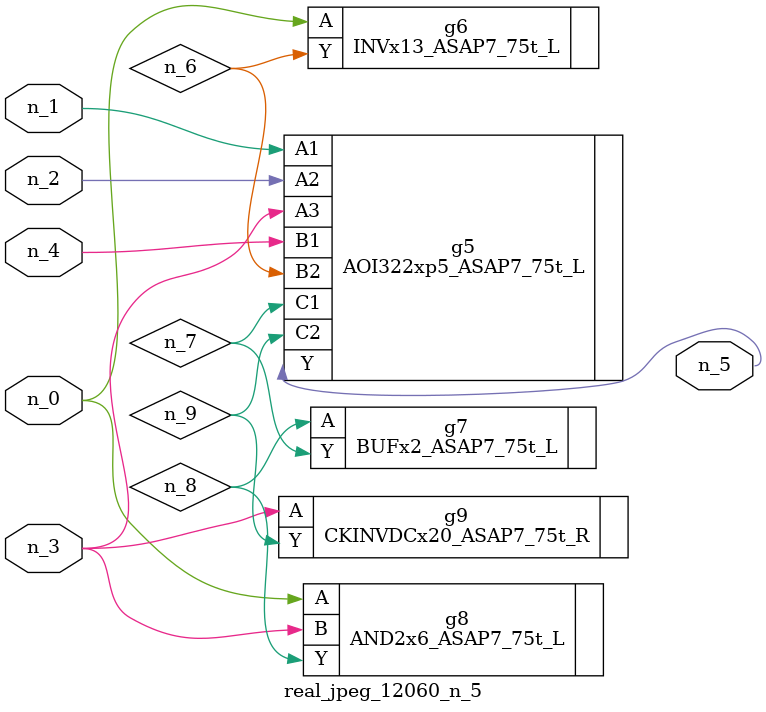
<source format=v>
module real_jpeg_12060_n_5 (n_4, n_0, n_1, n_2, n_3, n_5);

input n_4;
input n_0;
input n_1;
input n_2;
input n_3;

output n_5;

wire n_8;
wire n_6;
wire n_7;
wire n_9;

INVx13_ASAP7_75t_L g6 ( 
.A(n_0),
.Y(n_6)
);

AND2x6_ASAP7_75t_L g8 ( 
.A(n_0),
.B(n_3),
.Y(n_8)
);

AOI322xp5_ASAP7_75t_L g5 ( 
.A1(n_1),
.A2(n_2),
.A3(n_3),
.B1(n_4),
.B2(n_6),
.C1(n_7),
.C2(n_9),
.Y(n_5)
);

CKINVDCx20_ASAP7_75t_R g9 ( 
.A(n_3),
.Y(n_9)
);

BUFx2_ASAP7_75t_L g7 ( 
.A(n_8),
.Y(n_7)
);


endmodule
</source>
